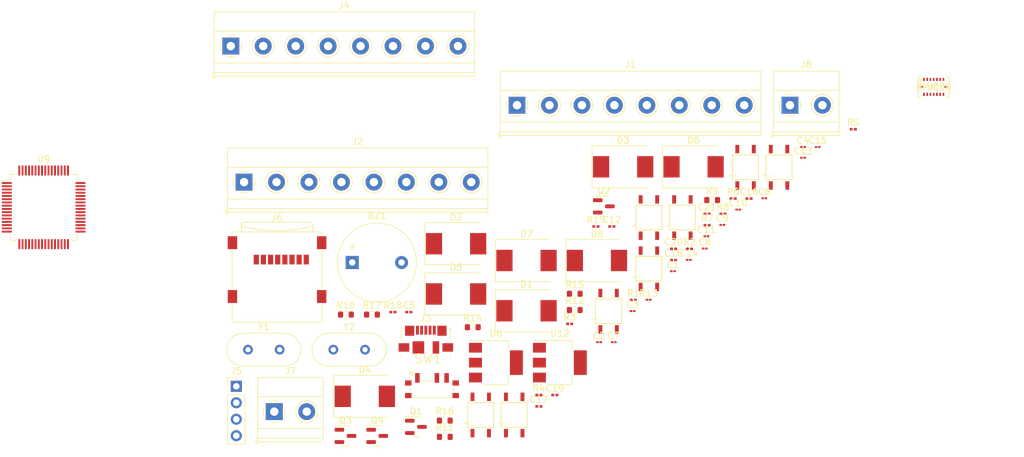
<source format=kicad_pcb>
(kicad_pcb (version 20211014) (generator pcbnew)
  (layers (0 "F.Cu" signal) (1 "In1.Cu" signal) (2 "In2.Cu" signal) (31 "B.Cu" signal) (34 "B.Paste" user) (35 "F.Paste" user) (36 "B.SilkS" user "B.Silkscreen") (37 "F.SilkS" user "F.Silkscreen") (38 "B.Mask" user) (39 "F.Mask" user) (44 "Edge.Cuts" user))
  (net 0 "")
  (net 1 "BUZZER")
  (net 2 "GND")
  (net 3 "3.3V")
  (net 4 "Net-(C5-Pad1)")
  (net 5 "Net-(C7-Pad1)")
  (net 6 "Net-(C10-Pad2)")
  (net 7 "Net-(C11-Pad1)")
  (net 8 "RCC_OSC32_OUT")
  (net 9 "RCC_OSC32_IN")
  (net 10 "RCC_OSC_IN")
  (net 11 "RCC_OSC_OUT")
  (net 12 "PWR")
  (net 13 "Net-(D1-Pad1)")
  (net 14 "Net-(D2-Pad1)")
  (net 15 "Net-(D3-Pad1)")
  (net 16 "Net-(D4-Pad1)")
  (net 17 "Net-(D5-Pad1)")
  (net 18 "Net-(D6-Pad1)")
  (net 19 "Net-(D7-Pad1)")
  (net 20 "Net-(D8-Pad1)")
  (net 21 "Net-(J1-Pad2)")
  (net 22 "Net-(J1-Pad4)")
  (net 23 "Net-(J1-Pad6)")
  (net 24 "Net-(J1-Pad8)")
  (net 25 "USB_OTG_FS_DM")
  (net 26 "USB_OTG_FS_DP")
  (net 27 "USB_OTG_FS_ID")
  (net 29 "SYS_JTMS-SWDIO")
  (net 30 "SYS_JTCK_SWCLK")
  (net 31 "SDIO_D2")
  (net 32 "SDIO_D3")
  (net 33 "SDIO_CMD")
  (net 34 "SDIO_CK")
  (net 35 "SDIO_D0")
  (net 36 "SDIO_D1")
  (net 38 "BATT+")
  (net 39 "PYRO4")
  (net 40 "Net-(Q1-Pad2)")
  (net 41 "PYRO3")
  (net 42 "Net-(Q2-Pad2)")
  (net 43 "PYRO2")
  (net 44 "Net-(Q3-Pad2)")
  (net 45 "PYRO1")
  (net 46 "Net-(Q4-Pad2)")
  (net 47 "Net-(R9-Pad1)")
  (net 48 "SOL2")
  (net 49 "Net-(R10-Pad1)")
  (net 50 "SOL3")
  (net 51 "Net-(R11-Pad1)")
  (net 52 "SOL1")
  (net 53 "Net-(R12-Pad1)")
  (net 54 "SOL4")
  (net 55 "Net-(R13-Pad1)")
  (net 56 "Net-(R13-Pad2)")
  (net 57 "Net-(R14-Pad1)")
  (net 58 "SOL5")
  (net 59 "Net-(R15-Pad1)")
  (net 60 "SOL8")
  (net 61 "Net-(R16-Pad1)")
  (net 62 "SOL6")
  (net 63 "Net-(R17-Pad1)")
  (net 64 "SOL7")
  (net 65 "VMON")
  (net 67 "INT_ACC1")
  (net 68 "MISO")
  (net 69 "CS1_ACC")
  (net 70 "INT_GYRO2")
  (net 71 "INT_GYRO1")
  (net 72 "MOSI")
  (net 73 "SCK")
  (net 74 "CS2_GYRO")
  (net 75 "INT_ACC2")
  (footprint "TerminalBlock_Phoenix:TerminalBlock_Phoenix_MKDS-1,5-8_1x08_P5.00mm_Horizontal" (layer "F.Cu") (at 108.96 42.295)
    (fp_text reference "J4" (at 17.5 -6.26) (layer "F.SilkS"))
    (fp_text value "Screw_Terminal_01x08")
    (pad "1" thru_hole rect (at 0 0) (size 2.6 2.6) (drill 1.3) (layers *.Cu *.Mask) (net 2 "GND"))
    (pad "2" thru_hole circle (at 5 0) (size 2.6 2.6) (drill 1.3) (layers *.Cu *.Mask) (net 19 "Net-(D7-Pad1)"))
    (pad "3" thru_hole circle (at 10 0) (size 2.6 2.6) (drill 1.3) (layers *.Cu *.Mask) (net 2 "GND"))
    (pad "4" thru_hole circle (at 15 0) (size 2.6 2.6) (drill 1.3) (layers *.Cu *.Mask) (net 17 "Net-(D5-Pad1)"))
    (pad "5" thru_hole circle (at 20 0) (size 2.6 2.6) (drill 1.3) (layers *.Cu *.Mask) (net 18 "Net-(D6-Pad1)"))
    (pad "6" thru_hole circle (at 25 0) (size 2.6 2.6) (drill 1.3) (layers *.Cu *.Mask) (net 2 "GND"))
    (pad "7" thru_hole circle (at 30 0) (size 2.6 2.6) (drill 1.3) (layers *.Cu *.Mask) (net 20 "Net-(D8-Pad1)"))
    (pad "8" thru_hole circle (at 35 0) (size 2.6 2.6) (drill 1.3) (layers *.Cu *.Mask) (net 2 "GND"))
  )
  (footprint "Capacitor_SMD:C_0201_0603Metric" (layer "F.Cu") (at 167.66 70.115)
    (fp_text reference "C12" (at 0 -1.05) (layer "F.SilkS"))
    (fp_text value "10uF")
    (pad "1" smd roundrect (at -0.32 0) (size 0.46 0.4) (layers "F.Cu" "F.Mask") (net 3 "3.3V"))
    (pad "2" smd roundrect (at 0.32 0) (size 0.46 0.4) (layers "F.Cu" "F.Mask") (net 2 "GND"))
  )
  (footprint "Capacitor_SMD:C_0201_0603Metric" (layer "F.Cu") (at 182.34 68.175)
    (fp_text reference "C21" (at 0 -1.05) (layer "F.SilkS"))
    (fp_text value "10uF")
    (pad "1" smd roundrect (at -0.32 0) (size 0.46 0.4) (layers "F.Cu" "F.Mask") (net 3 "3.3V"))
    (pad "2" smd roundrect (at 0.32 0) (size 0.46 0.4) (layers "F.Cu" "F.Mask") (net 2 "GND"))
  )
  (footprint "Diode_SMD:D_SMC" (layer "F.Cu") (at 143.67 72.775)
    (fp_text reference "D2" (at 0 -4.1) (layer "F.SilkS"))
    (fp_text value "B330")
    (pad "1" smd rect (at -3.4 0 90) (size 3.3 2.5) (layers "F.Cu" "F.Paste" "F.Mask") (net 14 "Net-(D2-Pad1)"))
    (pad "2" smd rect (at 3.4 0 90) (size 3.3 2.5) (layers "F.Cu" "F.Paste" "F.Mask") (net 2 "GND"))
  )
  (footprint "Capacitor_SMD:C_01005_0402Metric" (layer "F.Cu") (at 199.38 57.865)
    (fp_text reference "C15" (at 0 -1) (layer "F.SilkS"))
    (fp_text value "4.7uF")
    (pad "1" smd roundrect (at -0.25 0) (size 0.4 0.3) (layers "F.Cu" "F.Mask") (net 2 "GND"))
    (pad "2" smd roundrect (at 0.25 0) (size 0.4 0.3) (layers "F.Cu" "F.Mask") (net 3 "3.3V"))
  )
  (footprint "Resistor_SMD:R_0201_0603Metric" (layer "F.Cu") (at 133.94 83.325)
    (fp_text reference "R18" (at 0 -1.05) (layer "F.SilkS"))
    (fp_text value "1M")
    (pad "1" smd roundrect (at -0.32 0) (size 0.46 0.4) (layers "F.Cu" "F.Mask") (net 12 "PWR"))
    (pad "2" smd roundrect (at 0.32 0) (size 0.46 0.4) (layers "F.Cu" "F.Mask") (net 65 "VMON"))
  )
  (footprint "Capacitor_SMD:C_0201_0603Metric" (layer "F.Cu") (at 158.88 96.115)
    (fp_text reference "C19" (at 0 -1.05) (layer "F.SilkS"))
    (fp_text value "20pf")
    (pad "1" smd roundrect (at -0.32 0) (size 0.46 0.4) (layers "F.Cu" "F.Mask") (net 11 "RCC_OSC_OUT"))
    (pad "2" smd roundrect (at 0.32 0) (size 0.46 0.4) (layers "F.Cu" "F.Mask") (net 2 "GND"))
  )
  (footprint "TerminalBlock_Phoenix:TerminalBlock_Phoenix_MKDS-1,5-2_1x02_P5.00mm_Horizontal" (layer "F.Cu") (at 115.66 98.675)
    (fp_text reference "J7" (at 2.5 -6.26) (layer "F.SilkS"))
    (fp_text value "Screw_Terminal_01x02")
    (pad "1" thru_hole rect (at 0 0) (size 2.6 2.6) (drill 1.3) (layers *.Cu *.Mask) (net 2 "GND"))
    (pad "2" thru_hole circle (at 5 0) (size 2.6 2.6) (drill 1.3) (layers *.Cu *.Mask) (net 38 "BATT+"))
  )
  (footprint "Capacitor_SMD:C_0201_0603Metric" (layer "F.Cu") (at 136.39 83.325)
    (fp_text reference "C5" (at 0 -1.05) (layer "F.SilkS"))
    (fp_text value "100nF")
    (pad "1" smd roundrect (at -0.32 0) (size 0.46 0.4) (layers "F.Cu" "F.Mask") (net 4 "Net-(C5-Pad1)"))
    (pad "2" smd roundrect (at 0.32 0) (size 0.46 0.4) (layers "F.Cu" "F.Mask") (net 2 "GND"))
  )
  (footprint "Capacitor_SMD:C_01005_0402Metric" (layer "F.Cu") (at 187.14 67.515)
    (fp_text reference "C10" (at 0 -1) (layer "F.SilkS"))
    (fp_text value "1uF")
    (pad "1" smd roundrect (at -0.25 0) (size 0.4 0.3) (layers "F.Cu" "F.Mask") (net 3 "3.3V"))
    (pad "2" smd roundrect (at 0.25 0) (size 0.4 0.3) (layers "F.Cu" "F.Mask") (net 6 "Net-(C10-Pad2)"))
  )
  (footprint "Capacitor_SMD:C_01005_0402Metric" (layer "F.Cu") (at 182.24 71.625)
    (fp_text reference "C11" (at 0 -1) (layer "F.SilkS"))
    (fp_text value "100nF")
    (pad "1" smd roundrect (at -0.25 0) (size 0.4 0.3) (layers "F.Cu" "F.Mask") (net 7 "Net-(C11-Pad1)"))
    (pad "2" smd roundrect (at 0.25 0) (size 0.4 0.3) (layers "F.Cu" "F.Mask") (net 2 "GND"))
  )
  (footprint "Capacitor_SMD:C_01005_0402Metric" (layer "F.Cu") (at 177.08 77.015)
    (fp_text reference "C1" (at 0 -1) (layer "F.SilkS"))
    (fp_text value "100nF")
    (pad "1" smd roundrect (at -0.25 0) (size 0.4 0.3) (layers "F.Cu" "F.Mask") (net 3 "3.3V"))
    (pad "2" smd roundrect (at 0.25 0) (size 0.4 0.3) (layers "F.Cu" "F.Mask") (net 2 "GND"))
  )
  (footprint "Capacitor_SMD:C_01005_0402Metric" (layer "F.Cu") (at 165.71 87.965)
    (fp_text reference "C2" (at 0 -1) (layer "F.SilkS"))
    (fp_text value "100nF")
    (pad "1" smd roundrect (at -0.25 0) (size 0.4 0.3) (layers "F.Cu" "F.Mask") (net 3 "3.3V"))
    (pad "2" smd roundrect (at 0.25 0) (size 0.4 0.3) (layers "F.Cu" "F.Mask") (net 2 "GND"))
  )
  (footprint "Package_TO_SOT_SMD:SOT-23" (layer "F.Cu") (at 131.52 102.415)
    (fp_text reference "Q4" (at 0 -2.4) (layer "F.SilkS"))
    (fp_text value "2N7002K")
    (pad "1" smd roundrect (at -0.9375 -0.95) (size 1.475 0.6) (layers "F.Cu" "F.Paste" "F.Mask") (net 45 "PYRO1"))
    (pad "2" smd roundrect (at -0.9375 0.95) (size 1.475 0.6) (layers "F.Cu" "F.Paste" "F.Mask") (net 46 "Net-(Q4-Pad2)"))
    (pad "3" smd roundrect (at 0.9375 0) (size 1.475 0.6) (layers "F.Cu" "F.Paste" "F.Mask") (net 2 "GND"))
  )
  (footprint "CPC1020NTR:4-SOP" (layer "F.Cu") (at 173.3757 76.64)
    (fp_text reference "U2" (at -2.3096 1.275 180) (layer "F.SilkS") (effects (font (size 0.2 0.2))))
    (fp_text value "CPC1020NTR")
    (pad "1" smd rect locked (at -1.27 2.8) (size 0.6 1.3) (layers "F.Cu" "F.Paste" "F.Mask") (net 47 "Net-(R9-Pad1)"))
    (pad "2" smd rect locked (at 1.27 2.8) (size 0.6 1.3) (layers "F.Cu" "F.Paste" "F.Mask") (net 2 "GND"))
    (pad "3" smd rect locked (at 1.27 -2.8) (size 0.6 1.3) (layers "F.Cu" "F.Paste" "F.Mask") (net 12 "PWR"))
    (pad "4" smd rect locked (at -1.27 -2.8) (size 0.6 1.3) (layers "F.Cu" "F.Paste" "F.Mask") (net 15 "Net-(D3-Pad1)"))
  )
  (footprint "Diode_SMD:D_SMC" (layer "F.Cu") (at 129.61 96.315)
    (fp_text reference "D4" (at 0 -4.1) (layer "F.SilkS"))
    (fp_text value "B330")
    (pad "1" smd rect (at -3.4 0 90) (size 3.3 2.5) (layers "F.Cu" "F.Paste" "F.Mask") (net 16 "Net-(D4-Pad1)"))
    (pad "2" smd rect (at 3.4 0 90) (size 3.3 2.5) (layers "F.Cu" "F.Paste" "F.Mask") (net 2 "GND"))
  )
  (footprint "Resistor_SMD:R_0603_1608Metric" (layer "F.Cu") (at 126.7 83.705)
    (fp_text reference "R10" (at 0 -1.43) (layer "F.SilkS"))
    (fp_text value "270")
    (pad "1" smd roundrect (at -0.825 0) (size 0.8 0.95) (layers "F.Cu" "F.Paste" "F.Mask") (net 49 "Net-(R10-Pad1)"))
    (pad "2" smd roundrect (at 0.825 0) (size 0.8 0.95) (layers "F.Cu" "F.Paste" "F.Mask") (net 50 "SOL3"))
  )
  (footprint "TerminalBlock_Phoenix:TerminalBlock_Phoenix_MKDS-1,5-8_1x08_P5.00mm_Horizontal" (layer "F.Cu") (at 153.06 51.415)
    (fp_text reference "J1" (at 17.5 -6.26) (layer "F.SilkS"))
    (fp_text value "Screw_Terminal_01x08")
    (pad "1" thru_hole rect (at 0 0) (size 2.6 2.6) (drill 1.3) (layers *.Cu *.Mask) (net 12 "PWR"))
    (pad "2" thru_hole circle (at 5 0) (size 2.6 2.6) (drill 1.3) (layers *.Cu *.Mask) (net 21 "Net-(J1-Pad2)"))
    (pad "3" thru_hole circle (at 10 0) (size 2.6 2.6) (drill 1.3) (layers *.Cu *.Mask) (net 12 "PWR"))
    (pad "4" thru_hole circle (at 15 0) (size 2.6 2.6) (drill 1.3) (layers *.Cu *.Mask) (net 22 "Net-(J1-Pad4)"))
    (pad "5" thru_hole circle (at 20 0) (size 2.6 2.6) (drill 1.3) (layers *.Cu *.Mask) (net 12 "PWR"))
    (pad "6" thru_hole circle (at 25 0) (size 2.6 2.6) (drill 1.3) (layers *.Cu *.Mask) (net 23 "Net-(J1-Pad6)"))
    (pad "7" thru_hole circle (at 30 0) (size 2.6 2.6) (drill 1.3) (layers *.Cu *.Mask) (net 12 "PWR"))
    (pad "8" thru_hole circle (at 35 0) (size 2.6 2.6) (drill 1.3) (layers *.Cu *.Mask) (net 24 "Net-(J1-Pad8)"))
  )
  (footprint "CPC1020NTR:4-SOP" (layer "F.Cu") (at 167.1657 83.19)
    (fp_text reference "U7" (at -2.3096 1.275 180) (layer "F.SilkS") (effects (font (size 0.2 0.2))))
    (fp_text value "CPC1020NTR")
    (pad "1" smd rect locked (at -1.27 2.8) (size 0.6 1.3) (layers "F.Cu" "F.Paste" "F.Mask") (net 57 "Net-(R14-Pad1)"))
    (pad "2" smd rect locked (at 1.27 2.8) (size 0.6 1.3) (layers "F.Cu" "F.Paste" "F.Mask") (net 2 "GND"))
    (pad "3" smd rect locked (at 1.27 -2.8) (size 0.6 1.3) (layers "F.Cu" "F.Paste" "F.Mask") (net 12 "PWR"))
    (pad "4" smd rect locked (at -1.27 -2.8) (size 0.6 1.3) (layers "F.Cu" "F.Paste" "F.Mask") (net 19 "Net-(D7-Pad1)"))
  )
  (footprint "Capacitor_SMD:C_0201_0603Metric" (layer "F.Cu") (at 188.8 65.815)
    (fp_text reference "C16" (at 0 -1.05) (layer "F.SilkS"))
    (fp_text value "15pf")
    (pad "1" smd roundrect (at -0.32 0) (size 0.46 0.4) (layers "F.Cu" "F.Mask") (net 8 "RCC_OSC32_OUT"))
    (pad "2" smd roundrect (at 0.32 0) (size 0.46 0.4) (layers "F.Cu" "F.Mask") (net 2 "GND"))
  )
  (footprint "Diode_SMD:D_SMC" (layer "F.Cu") (at 169.41 60.915)
    (fp_text reference "D3" (at 0 -4.1) (layer "F.SilkS"))
    (fp_text value "B330")
    (pad "1" smd rect (at -3.4 0 90) (size 3.3 2.5) (layers "F.Cu" "F.Paste" "F.Mask") (net 15 "Net-(D3-Pad1)"))
    (pad "2" smd rect (at 3.4 0 90) (size 3.3 2.5) (layers "F.Cu" "F.Paste" "F.Mask") (net 2 "GND"))
  )
  (footprint "Capacitor_SMD:C_01005_0402Metric" (layer "F.Cu") (at 197.13 57.865)
    (fp_text reference "C4" (at 0 -1) (layer "F.SilkS"))
    (fp_text value "100nF")
    (pad "1" smd roundrect (at -0.25 0) (size 0.4 0.3) (layers "F.Cu" "F.Mask") (net 3 "3.3V"))
    (pad "2" smd roundrect (at 0.25 0) (size 0.4 0.3) (layers "F.Cu" "F.Mask") (net 2 "GND"))
  )
  (footprint "CPC1020NTR:4-SOP" (layer "F.Cu") (at 178.5357 68.74)
    (fp_text reference "U3" (at -2.3096 1.275 180) (layer "F.SilkS") (effects (font (size 0.2 0.2))))
    (fp_text value "CPC1020NTR")
    (pad "1" smd rect locked (at -1.27 2.8) (size 0.6 1.3) (layers "F.Cu" "F.Paste" "F.Mask") (net 49 "Net-(R10-Pad1)"))
    (pad "2" smd rect locked (at 1.27 2.8) (size 0.6 1.3) (layers "F.Cu" "F.Paste" "F.Mask") (net 2 "GND"))
    (pad "3" smd rect locked (at 1.27 -2.8) (size 0.6 1.3) (layers "F.Cu" "F.Paste" "F.Mask") (net 12 "PWR"))
    (pad "4" smd rect locked (at -1.27 -2.8) (size 0.6 1.3) (layers "F.Cu" "F.Paste" "F.Mask") (net 16 "Net-(D4-Pad1)"))
  )
  (footprint "Resistor_SMD:R_0603_1608Metric" (layer "F.Cu") (at 141.93 102.565)
    (fp_text reference "R11" (at 0 -1.43) (layer "F.SilkS"))
    (fp_text value "270")
    (pad "1" smd roundrect (at -0.825 0) (size 0.8 0.95) (layers "F.Cu" "F.Paste" "F.Mask") (net 51 "Net-(R11-Pad1)"))
    (pad "2" smd roundrect (at 0.825 0) (size 0.8 0.95) (layers "F.Cu" "F.Paste" "F.Mask") (net 52 "SOL1"))
  )
  (footprint "Package_TO_SOT_SMD:SOT-223-3_TabPin2" (layer "F.Cu") (at 149.81 91.115)
    (fp_text reference "U6" (at 0 -4.5) (layer "F.SilkS"))
    (fp_text value "NCP1117-3.3_SOT223")
    (pad "1" smd rect (at -3.15 -2.3) (size 2 1.5) (layers "F.Cu" "F.Paste" "F.Mask") (net 2 "GND"))
    (pad "2" smd rect (at -3.15 0) (size 2 1.5) (layers "F.Cu" "F.Paste" "F.Mask") (net 3 "3.3V"))
    (pad "2" smd rect (at 3.15 0) (size 2 3.8) (layers "F.Cu" "F.Paste" "F.Mask") (net 3 "3.3V"))
    (pad "3" smd rect (at -3.15 2.3) (size 2 1.5) (layers "F.Cu" "F.Paste" "F.Mask") (net 4 "Net-(C5-Pad1)"))
  )
  (footprint "Resistor_SMD:R_0201_0603Metric" (layer "F.Cu") (at 186.35 65.815)
    (fp_text reference "R6" (at 0 -1.05) (layer "F.SilkS"))
    (fp_text value "470")
    (pad "1" smd roundrect (at -0.32 0) (size 0.46 0.4) (layers "F.Cu" "F.Mask") (net 2 "GND"))
    (pad "2" smd roundrect (at 0.32 0) (size 0.46 0.4) (layers "F.Cu" "F.Mask") (net 41 "PYRO3"))
  )
  (footprint "Package_TO_SOT_SMD:SOT-23" (layer "F.Cu") (at 126.63 102.415)
    (fp_text reference "Q3" (at 0 -2.4) (layer "F.SilkS"))
    (fp_text value "2N7002K")
    (pad "1" smd roundrect (at -0.9375 -0.95) (size 1.475 0.6) (layers "F.Cu" "F.Paste" "F.Mask") (net 43 "PYRO2"))
    (pad "2" smd roundrect (at -0.9375 0.95) (size 1.475 0.6) (layers "F.Cu" "F.Paste" "F.Mask") (net 44 "Net-(Q3-Pad2)"))
    (pad "3" smd roundrect (at 0.9375 0) (size 1.475 0.6) (layers "F.Cu" "F.Paste" "F.Mask") (net 2 "GND"))
  )
  (footprint "Capacitor_SMD:C_01005_0402Metric" (layer "F.Cu") (at 170.87 83.165)
    (fp_text reference "C3" (at 0 -1) (layer "F.SilkS"))
    (fp_text value "100nF")
    (pad "1" smd roundrect (at -0.25 0) (size 0.4 0.3) (layers "F.Cu" "F.Mask") (net 3 "3.3V"))
    (pad "2" smd roundrect (at 0.25 0) (size 0.4 0.3) (layers "F.Cu" "F.Mask") (net 2 "GND"))
  )
  (footprint "BMI088:BMI088" (layer "F.Cu") (at 217.25235 48.587828)
    (fp_text reference "U1" (at 0 0) (layer "F.SilkS"))
    (fp_text value "BMI088" (at 0 0) (layer "F.SilkS"))
    (fp_text user "*" (at -1.9304 -0.7112) (layer "F.SilkS"))
    (fp_text user "*" (at -1.9304 -0.7112) (layer "F.SilkS"))
    (pad "1" smd rect locked (at -1.5 -1.1557) (size 0.254 0.4826) (layers "F.Cu" "F.Paste" "F.Mask") (net 75 "INT_ACC2"))
    (pad "2" smd rect locked (at -1.000001 -1.1557) (size 0.254 0.4826) (layers "F.Cu" "F.Paste" "F.Mask") (net 2 "GND"))
    (pad "3" smd rect locked (at -0.499999 -1.1557) (size 0.254 0.4826) (layers "F.Cu" "F.Paste" "F.Mask") (net 3 "3.3V"))
    (pad "4" smd rect locked (at 0 -1.1557) (size 0.254 0.4826) (layers "F.Cu" "F.Paste" "F.Mask") (net 2 "GND"))
    (pad "5" smd rect locked (at 0.499999 -1.1557) (size 0.254 0.4826) (layers "F.Cu" "F.Paste" "F.Mask") (net 74 "CS2_GYRO"))
    (pad "6" smd rect locked (at 1.000001 -1.1557) (size 0.254 0.4826) (layers "F.Cu" "F.Paste" "F.Mask") (net 2 "GND"))
    (pad "7" smd rect locked (at 1.5 -1.1557) (size 0.254 0.4826) (layers "F.Cu" "F.Paste" "F.Mask") (net 2 "GND"))
    (pad "8" smd rect locked (at 1.9113 0 90) (size 0.254 0.4826) (layers "F.Cu" "F.Paste" "F.Mask") (net 73 "SCK"))
    (pad "9" smd rect locked (at 1.5 1.1557) (size 0.254 0.4826) (layers "F.Cu" "F.Paste" "F.Mask") (net 72 "MOSI"))
    (pad "10" smd rect locked (at 1.000001 1.1557) (size 0.254 0.4826) (layers "F.Cu" "F.Paste" "F.Mask") (net 68 "MISO"))
    (pad "11" smd rect locked (at 0.499999 1.1557) (size 0.254 0.4826) (layers "F.Cu" "F.Paste" "F.Mask") (net 3 "3.3V"))
    (pad "12" smd rect locked (at 0 1.1557) (size 0.254 0.4826) (layers "F.Cu" "F.Paste" "F.Mask") (net 71 "INT_GYRO1"))
    (pad "13" smd rect locked (at -0.499999 1.1557) (size 0.254 0.4826) (layers "F.Cu" "F.Paste" "F.Mask") (net 70 "INT_GYRO2"))
    (pad "14" smd rect locked (at -1.000001 1.1557) (size 0.254 0.4826) (layers "F.Cu" "F.Paste" "F.Mask") (net 69 "CS1_ACC"))
    (pad "15" smd rect locked (at -1.5 1.1557) (size 0.254 0.4826) (layers "F.Cu" "F.Paste" "F.Mask") (net 68 "MISO"))
    (pad "16" smd rect locked (at -1.9113 0 90) (size 0.254 0.4826) (layers "F.Cu" "F.Paste" "F.Mask") (net 67 "INT_ACC1"))
  )
  (footprint "Crystal:Crystal_HC49-4H_Vertical" (layer "F.Cu") (at 124.76 89.115)
    (fp_text reference "Y2" (at 2.44 -3.525) (layer "F.SilkS"))
    (fp_text value "25MHz")
    (pad "1" thru_hole circle (at 0 0) (size 1.5 1.5) (drill 0.8) (layers *.Cu *.Mask) (net 10 "RCC_OSC_IN"))
    (pad "2" thru_hole circle (at 4.88 0) (size 1.5 1.5) (drill 0.8) (layers *.Cu *.Mask) (net 11 "RCC_OSC_OUT"))
  )
  (footprint "Diode_SMD:D_SMC" (layer "F.Cu") (at 165.37 75.365)
    (fp_text reference "D8" (at 0 -4.1) (layer "F.SilkS"))
    (fp_text value "B330")
    (pad "1" smd rect (at -3.4 0 90) (size 3.3 2.5) (layers "F.Cu" "F.Paste" "F.Mask") (net 20 "Net-(D8-Pad1)"))
    (pad "2" smd rect (at 3.4 0 90) (size 3.3 2.5) (layers "F.Cu" "F.Paste" "F.Mask") (net 2 "GND"))
  )
  (footprint "Resistor_SMD:R_0603_1608Metric" (layer "F.Cu") (at 161.95 80.495)
    (fp_text reference "R15" (at 0 -1.43) (layer "F.SilkS"))
    (fp_text value "270")
    (pad "1" smd roundrect (at -0.825 0) (size 0.8 0.95) (layers "F.Cu" "F.Paste" "F.Mask") (net 59 "Net-(R15-Pad1)"))
    (pad "2" smd roundrect (at 0.825 0) (size 0.8 0.95) (layers "F.Cu" "F.Paste" "F.Mask") (net 60 "SOL8"))
  )
  (footprint "Resistor_SMD:R_01005_0402Metric" (layer "F.Cu") (at 173.32 81.415)
    (fp_text reference "R13" (at 0 -1) (layer "F.SilkS"))
    (fp_text value "10k")
    (pad "1" smd roundrect (at -0.25 0) (size 0.4 0.3) (layers "F.Cu" "F.Mask") (net 55 "Net-(R13-Pad1)"))
    (pad "2" smd roundrect (at 0.25 0) (size 0.4 0.3) (layers "F.Cu" "F.Mask") (net 56 "Net-(R13-Pad2)"))
  )
  (footprint "Diode_SMD:D_SMC" (layer "F.Cu") (at 154.52 83.115)
    (fp_text reference "D1" (at 0 -4.1) (layer "F.SilkS"))
    (fp_text value "B330")
    (pad "1" smd rect (at -3.4 0 90) (size 3.3 2.5) (layers "F.Cu" "F.Paste" "F.Mask") (net 13 "Net-(D1-Pad1)"))
    (pad "2" smd rect (at 3.4 0 90) (size 3.3 2.5) (layers "F.Cu" "F.Paste" "F.Mask") (net 2 "GND"))
  )
  (footprint "Resistor_SMD:R_0603_1608Metric" (layer "F.Cu") (at 146.24 85.655)
    (fp_text reference "R14" (at 0 -1.43) (layer "F.SilkS"))
    (fp_text value "270")
    (pad "1" smd roundrect (at -0.825 0) (size 0.8 0.95) (layers "F.Cu" "F.Paste" "F.Mask") (net 57 "Net-(R14-Pad1)"))
    (pad "2" smd roundrect (at 0.825 0) (size 0.8 0.95) (layers "F.Cu" "F.Paste" "F.Mask") (net 58 "SOL5"))
  )
  (footprint "Package_TO_SOT_SMD:SOT-223-3_TabPin2" (layer "F.Cu") (at 159.66 91.115)
    (fp_text reference "U12" (at 0 -4.5) (layer "F.SilkS"))
    (fp_text value "NCP1117-3.3_SOT223")
    (pad "1" smd rect (at -3.15 -2.3) (size 2 1.5) (layers "F.Cu" "F.Paste" "F.Mask") (net 2 "GND"))
    (pad "2" smd rect (at 3.15 0) (size 2 3.8) (layers "F.Cu" "F.Paste" "F.Mask") (net 3 "3.3V"))
    (pad "2" smd rect (at -3.15 0) (size 2 1.5) (layers "F.Cu" "F.Paste" "F.Mask") (net 3 "3.3V"))
    (pad "3" smd rect (at -3.15 2.3) (size 2 1.5) (layers "F.Cu" "F.Paste" "F.Mask") (net 12 "PWR"))
  )
  (footprint "CPC1020NTR:4-SOP" (layer "F.Cu") (at 152.6257 99.19)
    (fp_text reference "U5" (at -2.3096 1.275 180) (layer "F.SilkS") (effects (font (size 0.2 0.2))))
    (fp_text value "CPC1020NTR")
    (pad "1" smd rect locked (at -1.27 2.8) (size 0.6 1.3) (layers "F.Cu" "F.Paste" "F.Mask") (net 53 "Net-(R12-Pad1)"))
    (pad "2" smd rect locked (at 1.27 2.8) (size 0.6 1.3) (layers "F.Cu" "F.Paste" "F.Mask") (net 2 "GND"))
    (pad "3" smd rect locked (at 1.27 -2.8) (size 0.6 1.3) (layers "F.Cu" "F.Paste" "F.Mask") (net 12 "PWR"))
    (pad "4" smd rect locked (at -1.27 -2.8) (size 0.6 1.3) (layers "F.Cu" "F.Paste" "F.Mask") (net 14 "Net-(D2-Pad1)"))
  )
  (footprint "CPC1020NTR:4-SOP" (layer "F.Cu") (at 193.4257 60.99)
    (fp_text reference "U4" (at -2.3096 1.275 180) (layer "F.SilkS") (effects (font (size 0.2 0.2))))
    (fp_text value "CPC1020NTR")
    (pad "1" smd rect locked (at -1.27 2.8) (size 0.6 1.3) (layers "F.Cu" "F.Paste" "F.Mask") (net 51 "Net-(R11-Pad1)"))
    (pad "2" smd rect locked (at 1.27 2.8) (size 0.6 1.3) (layers "F.Cu" "F.Paste" "F.Mask") (net 2 "GND"))
    (pad "3" smd rect locked (at 1.27 -2.8) (size 0.6 1.3) (layers "F.Cu" "F.Paste" "F.Mask") (net 12 "PWR"))
    (pad "4" smd rect locked (at -1.27 -2.8) (size 0.6 1.3) (layers "F.Cu" "F.Paste" "F.Mask") (net 13 "Net-(D1-Pad1)"))
  )
  (footprint "Connector_Card:microSD_HC_Wuerth_693072010801" (layer "F.Cu") (at 116.09 76.77)
    (fp_text reference "J6" (at 0 -7.99) (layer "F.SilkS"))
    (fp_text value "Micro_SD_Card")
    (pad "1" smd rect (at -3.2 -1.55) (size 0.8 1.5) (layers "F.Cu" "F.Paste" "F.Mask") (net 31 "SDIO_D2"))
    (pad "2" smd rect (at -2.1 -1.55) (size 0.8 1.5) (layers "F.Cu" "F.Paste" "F.Mask") (net 32 "SDIO_D3"))
    (pad "3" smd rect (at -1 -1.55) (size 0.8 1.5) (layers "F.Cu" "F.Paste" "F.Mask") (net 33 "SDIO_CMD"))
    (pad "4" smd rect (at 0.1 -1.55) (size 0.8 1.5) (layers "F.Cu" "F.Paste" "F.Mask") (net 3 "3.3V"))
    (pad "5" smd rect (at 1.2 -1.55) (size 0.8 1.5) (layers "F.Cu" "F.Paste" "F.Mask") (net 34 "SDIO_CK"))
    (pad "6" smd rect (at 2.3 -1.55) (size 0.8 1.5) (layers "F.Cu" "F.Paste" "F.Mask") (net 2 "GND"))
    (pad "7" smd rect (at 3.4 -1.55) (size 0.8 1.5) (layers "F.Cu" "F.Paste" "F.Mask") (net 35 "SDIO_D0"))
    (pad "8" smd rect (at 4.5 -1.55) (size 0.8 1.5) (layers "F.Cu" "F.Paste" "F.Mask") (net 36 "SDIO_D1"))
    (pad "9" smd rect (at -6.875 -4.15) (size 1.45 2) (layers "F.Cu" "F.Paste" "F.Mask"))
    (pad "9" smd rect (at -6.875 4.15) (size 1.45 2) (layers "F.Cu" "F.Paste" "F.Mask"))
    (pad "9" smd rect (at 6.875 4.15) (size 1.45 2) (layers "F.Cu" "F.Paste" "F.Mask"))
    (pad "9" smd rect (at 6.875 -4.15) (size 1.45 2) (layers "F.Cu" "F.Paste" "F.Mask"))
  )
  (footprint "CPC1020NTR:4-SOP" (layer "F.Cu") (at 188.2657 60.99)
    (fp_text reference "U8" (at -2.3096 1.275 180) (layer "F.SilkS") (effects (font (size 0.2 0.2))))
    (fp_text value "CPC1020NTR")
    (pad "1" smd rect locked (at -1.27 2.8) (size 0.6 1.3) (layers "F.Cu" "F.Paste" "F.Mask") (net 59 "Net-(R15-Pad1)"))
    (pad "2" smd rect locked (at 1.27 2.8) (size 0.6 1.3) (layers "F.Cu" "F.Paste" "F.Mask") (net 2 "GND"))
    (pad "3" smd rect locked (at 1.27 -2.8) (size 0.6 1.3) (layers "F.Cu" "F.Paste" "F.Mask") (net 12 "PWR"))
    (pad "4" smd rect locked (at -1.27 -2.8) (size 0.6 1.3) (layers "F.Cu" "F.Paste" "F.Mask") (net 20 "Net-(D8-Pad1)"))
  )
  (footprint "Resistor_SMD:R_0201_0603Metric" (layer "F.Cu") (at 165.21 70.115)
    (fp_text reference "R19" (at 0 -1.05) (layer "F.SilkS"))
    (fp_text value "100K")
    (pad "1" smd roundrect (at -0.32 0) (size 0.46 0.4) (layers "F.Cu" "F.Mask") (net 65 "VMON"))
    (pad "2" smd roundrect (at 0.32 0) (size 0.46 0.4) (layers "F.Cu" "F.Mask") (net 2 "GND"))
  )
  (footprint "TerminalBlock_Phoenix:TerminalBlock_Phoenix_MKDS-1,5-8_1x08_P5.00mm_Horizontal" (layer "F.Cu") (at 111.01 63.275)
    (fp_text reference "J2" (at 17.5 -6.26) (layer "F.SilkS"))
    (fp_text value "Screw_Terminal_01x08")
    (pad "1" thru_hole rect (at 0 0) (size 2.6 2.6) (drill 1.3) (layers *.Cu *.Mask) (net 2 "GND"))
    (pad "2" thru_hole circle (at 5 0) (size 2.6 2.6) (drill 1.3) (layers *.Cu *.Mask) (net 13 "Net-(D1-Pad1)"))
    (pad "3" thru_hole circle (at 10 0) (size 2.6 2.6) (drill 1.3) (layers *.Cu *.Mask) (net 2 "GND"))
    (pad "4" thru_hole circle (at 15 0) (size 2.6 2.6) (drill 1.3) (layers *.Cu *.Mask) (net 15 "Net-(D3-Pad1)"))
    (pad "5" thru_hole circle (at 20 0) (size 2.6 2.6) (drill 1.3) (layers *.Cu *.Mask) (net 16 "Net-(D4-Pad1)"))
    (pad "6" thru_hole circle (at 25 0) (size 2.6 2.6) (drill 1.3) (layers *.Cu *.Mask) (net 2 "GND"))
    (pad "7" thru_hole circle (at 30 0) (size 2.6 2.6) (drill 1.3) (layers *.Cu *.Mask) (net 14 "Net-(D2-Pad1)"))
    (pad "8" thru_hole circle (at 35 0) (size 2.6 2.6) (drill 1.3) (layers *.Cu *.Mask) (net 2 "GND"))
  )
  (footprint "TerminalBlock_Phoenix:TerminalBlock_Phoenix_MKDS-1,5-2_1x02_P5.00mm_Horizontal" (layer "F.Cu") (at 195.11 51.415)
    (fp_text reference "J8" (at 2.5 -6.26) (layer "F.SilkS"))
    (fp_text value "Screw_Terminal_01x02")
    (pad "1" thru_hole rect (at 0 0) (size 2.6 2.6) (drill 1.3) (layers *.Cu *.Mask) (net 38 "BATT+"))
    (pad "2" thru_hole circle (at 5 0) (size 2.6 2.6) (drill 1.3) (layers *.Cu *.Mask) (net 12 "PWR"))
  )
  (footprint "Resistor_SMD:R_0201_0603Metric" (layer "F.Cu") (at 182.34 69.925)
    (fp_text reference "R7" (at 0 -1.05) (layer "F.SilkS"))
    (fp_text value "470")
    (pad "1" smd roundrect (at -0.32 0) (size 0.46 0.4) (layers "F.Cu" "F.Mask") (net 2 "GND"))
    (pad "2" smd roundrect (at 0.32 0) (size 0.46 0.4) (layers "F.Cu" "F.Mask") (net 43 "PYRO2"))
  )
  (footprint "Resistor_SMD:R_0201_0603Metric" (layer "F.Cu") (at 170.97 81.465)
    (fp_text reference "R1" (at 0 -1.05) (layer "F.SilkS"))
    (fp_text value "1")
    (pad "1" smd roundrect (at -0.32 0) (size 0.46 0.4) (layers "F.Cu" "F.Mask") (net 46 "Net-(Q4-Pad2)"))
    (pad "2" smd roundrect (at 0.32 0) (size 0.46 0.4) (layers "F.Cu" "F.Mask") (net 21 "Net-(J1-Pad2)"))
  )
  (footprint "Diode_SMD:D_SMC" (layer "F.Cu") (at 154.52 75.365)
    (fp_text reference "D7" (at 0 -4.1) (layer "F.SilkS"))
    (fp_text value "B330")
    (pad "1" smd rect (at -3.4 0 90) (size 3.3 2.5) (layers "F.Cu" "F.Paste" "F.Mask") (net 19 "Net-(D7-Pad1)"))
    (pad "2" smd rect (at 3.4 0 90) (size 3.3 2.5) (layers "F.Cu" "F.Paste" "F.Mask") (net 2 "GND"))
  )
  (footprint "Resistor_SMD:R_0201_0603Metric" (layer "F.Cu") (at 184.79 68.175)
    (fp_text reference "R8" (at 0 -1.05) (layer "F.SilkS"))
    (fp_text value "470")
    (pad "1" smd roundrect (at -0.32 0) (size 0.46 0.4) (layers "F.Cu" "F.Mask") (net 2 "GND"))
    (pad "2" smd roundrect (at 0.32 0) (size 0.46 0.4) (layers "F.Cu" "F.Mask") (net 45 "PYRO1"))
  )
  (footprint "Resistor_SMD:R_0603_1608Metric" (layer "F.Cu") (at 183.12 66.045)
    (fp_text reference "R9" (at 0 -1.43) (layer "F.SilkS"))
    (fp_text value "270")
    (pad "1" smd roundrect (at -0.825 0) (size 0.8 0.95) (layers "F.Cu" "F.Paste" "F.Mask") (net 47 "Net-(R9-Pad1)"))
    (pad "2" smd roundrect (at 0.825 0) (size 0.8 0.95) (layers "F.Cu" "F.Paste" "F.Mask") (net 48 "SOL2"))
  )
  (footprint "Package_TO_SOT_SMD:SOT-23" (layer "F.Cu") (at 166.43 67.015)
    (fp_text reference "Q2" (at 0 -2.4) (layer "F.SilkS"))
    (fp_text value "2N7002K")
    (pad "1" smd roundrect (at -0.9375 -0.95) (size 1.475 0.6) (layers "F.Cu" "F.Paste" "F.Mask") (net 41 "PYRO3"))
    (pad "2" smd roundrect (at -0.9375 0.95) (size 1.475 0.6) (layers "F.Cu" "F.Paste" "F.Mask") (net 42 "Net-(Q2-Pad2)"))
    (pad "3" smd roundrect (at 0.9375 0) (size 1.475 0.6) (layers "F.Cu" "F.Paste" "F.Mask") (net 2 "GND"))
  )
  (footprint "Buzzer_Beeper:Buzzer_12x9.5RM7.6" (layer "F.Cu") (at 127.67 75.675)
    (fp_text reference "BZ1" (at 3.8 -7.2) (layer "F.SilkS"))
    (fp_text value "Buzzer")
    (fp_text user "+" (at -0.01 -2.54) (layer "F.SilkS"))
    (pad "1" thru_hole rect (at 0 0) (size 2 2) (drill 1) (layers *.Cu *.Mask) (net 1 "BUZZER"))
    (pad "2" thru_hole circle (at 7.6 0) (size 2 2) (drill 1) (layers *.Cu *.Mask) (net 2 "GND"))
  )
  (footprint "Capacitor_SMD:C_01005_0402Metric" (layer "F.Cu") (at 184.69 69.875)
    (fp_text reference "C9" (at 0 -1) (layer "F.SilkS"))
    (fp_text value "100nF")
    (pad "1" smd roundrect (at -0.25 0) (size 0.4 0.3) (layers "F.Cu" "F.Mask") (net 3 "3.3V"))
    (pad "2" smd roundrect (at 0.25 0) (size 0.4 0.3) (layers "F.Cu" "F.Mask") (net 2 "GND"))
  )
  (footprint "Resistor_SMD:R_0603_1608Metric" (layer "F.Cu") (at 161.95 83.005)
    (fp_text reference "R12" (at 0 -1.43) (layer "F.SilkS"))
    (fp_text value "270")
    (pad "1" smd roundrect (at -0.825 0) (size 0.8 0.95) (layers "F.Cu" "F.Paste" "F.Mask") (net 53 "Net-(R12-Pad1)"))
    (pad "2" smd roundrect (at 0.825 0) (size 0.8 0.95) (layers "F.Cu" "F.Paste" "F.Mask") (net 54 "SOL4"))
  )
  (footprint "CPC1020NTR:4-SOP" (layer "F.Cu") (at 147.4657 99.19)
    (fp_text reference "U11" (at -2.3096 1.275 180) (layer "F.SilkS") (effects (font (size 0.2 0.2))))
    (fp_text value "CPC1020NTR")
    (pad "1" smd rect locked (at -1.27 2.8) (size 0.6 1.3) (layers "F.Cu" "F.Paste" "F.Mask") (net 63 "Net-(R17-Pad1)"))
    (pad "2" smd rect locked (at 1.27 2.8) (size 0.6 1.3) (layers "F.Cu" "F.Paste" "F.Mask") (net 2 "GND"))
    (pad "3" smd rect locked (at 1.27 -2.8) (size 0.6 1.3) (layers "F.Cu" "F.Paste" "F.Mask") (net 12 "PWR"))
    (pad "4" smd rect locked (at -1.27 -2.8) (size 0.6 1.3) (layers "F.Cu" "F.Paste" "F.Mask") (net 18 "Net-(D6-Pad1)"))
  )
  (footprint "Capacitor_SMD:C_01005_0402Metric" (layer "F.Cu") (at 197.13 59.515)
    (fp_text reference "C13" (at 0 -1) (layer "F.SilkS"))
    (fp_text value "100nF")
    (pad "1" smd roundrect (at -0.25 0) (size 0.4 0.3) (layers "F.Cu" "F.Mask") (net 3 "3.3V"))
    (pad "2" smd roundrect (at 0.25 0) (size 0.4 0.3) (layers "F.Cu" "F.Mask") (net 2 "GND"))
  )
  (footprint "Diode_SMD:D_SMC" (layer "F.Cu") (at 143.67 80.525)
    (fp_text reference "D5" (at 0 -4.1) (layer "F.SilkS"))
    (fp_text value "B330")
    (pad "1" smd rect (at -3.4 0 90) (size 3.3 2.5) (layers "F.Cu" "F.Paste" "F.Mask") (net 17 "Net-(D5-Pad1)"))
    (pad "2" smd rect (at 3.4 0 90) (size 3.3 2.5) (layers "F.Cu" "F.Paste" "F.Mask") (net 2 "GND"))
  )
  (footprint "Diode_SMD:D_SMC" (layer "F.Cu") (at 180.26 60.915)
    (fp_text reference "D6" (at 0 -4.1) (layer "F.SilkS"))
    (fp_text value "B330")
    (pad "1" smd rect (at -3.4 0 90) (size 3.3 2.5) (layers "F.Cu" "F.Paste" "F.Mask") (net 18 "Net-(D6-Pad1)"))
    (pad "2" smd rect (at 3.4 0 90) (size 3.3 2.5) (layers "F.Cu" "F.Paste" "F.Mask") (net 2 "GND"))
  )
  (footprint "Resistor_SMD:R_0201_0603Metric" (layer "F.Cu") (at 204.86 55.115)
    (fp_text reference "R5" (at 0 -1.05) (layer "F.SilkS"))
    (fp_text value "470")
    (pad "1" smd roundrect (at -0.32 0) (size 0.46 0.4) (layers "F.Cu" "F.Mask") (net 2 "GND"))
    (pad "2" smd roundrect (at 0.32 0) (size 0.46 0.4) (layers "F.Cu" "F.Mask") (net 39 "PYRO4"))
  )
  (footprint "PCM12SMTR:SW_PCM12SMTR" (layer "F.Cu") (at 139.96 95.225)
    (fp_text reference "SW1" (at -0.635 -4.699) (layer "F.SilkS") (effects (font (size 1.4 1.4))))
    (fp_text value "PCM12SMTR")
    (pad "" np_thru_hole circle locked (at -1.5 0) (size 0.9 0.9) (drill 0.9) (layers *.Cu *.Mask))
    (pad "" np_thru_hole circle locked (at 1.5 0) (size 0.9 0.9) (drill 0.9) (layers *.Cu *.Mask))
    (pad "1" smd rect locked (at -2.25 -1.75) (size 0.7 1.5) (layers "F.Cu" "F.Paste" "F.Mask") (net 2 "GND"))
    (pad "2" smd rect locked (at 0.75 -1.75) (size 0.7 1.5) (layers "F.Cu" "F.Paste" "F.Mask") (net 56 "Net-(R13-Pad2)"))
    (pad "3" smd rect locked (at 2.25 -1.75) (size 0.7 1.5) (layers "F.Cu" "F.Paste" "F.Mask") (net 3 "3.3V"))
    (pad "S1" smd rect locked (at -3.65 -0.965) (size 1 0.8) (layers "F.Cu" "F.Paste" "F.Mask"))
    (pad "S2" smd rect locked (at -3.65 0.965) (size 1 0.8) (layers "F.Cu" "F.Paste" "F.Mask"))
    (pad "S3" smd rect locked (at 3.65 0.965) (size 1 0.8) (layers "F.Cu" "F.Paste" "F.Mask"))
    (pad "S4" smd rect locked (at 3.65 -0.965) (size 1 0.8) (layers "F.Cu" "F.Paste" "F.Mask"))
  )
  (footprint "Resistor_SMD:R_0201_0603Metric" (layer "F.Cu") (at 156.43 96.115)
    (fp_text reference "R4" (at 0 -1.05) (layer "F.SilkS"))
    (fp_text value "1")
    (pad "1" smd roundrect (at -0.32 0) (size 0.46 0.4) (layers "F.Cu" "F.Mask") (net 40 "Net-(Q1-Pad2)"))
    (pad "2" smd roundrect (at 0.32 0) (size 0.46 0.4) (layers "F.Cu" "F.Mask") (net 24 "Net-(J1-Pad8)"))
  )
  (footprint "Capacitor_SMD:C_01005_0402Metric" (layer "F.Cu") (at 181.98 73.515)
    (fp_text reference "C8" (at 0 -1) (layer "F.SilkS"))
    (fp_text value "100nF")
    (pad "1" smd roundrect (at -0.25 0) (size 0.4 0.3) (layers "F.Cu" "F.Mask") (net 6 "Net-(C10-Pad2)"))
    (pad "2" smd roundrect (at 0.25 0) (size 0.4 0.3) (layers "F.Cu" "F.Mask") (net 2 "GND"))
  )
  (footprint "Capacitor_SMD:C_01005_0402Metric" (layer "F.Cu") (at 179.53 75.265)
    (fp_text reference "C14" (at 0 -1) (layer "F.SilkS"))
    (fp_text value "100nF")
    (pad "1" smd roundrect (at -0.25 0) (size 0.4 0.3) (layers "F.Cu" "F.Mask") (net 3 "3.3V"))
    (pad "2" smd roundrect (at 0.25 0) (size 0.4 0.3) (layers "F.Cu" "F.Mask") (net 2 "GND"))
  )
  (footprint "Package_TO_SOT_SMD:SOT-23" (layer "F.Cu") (at 137.48 101.025)
    (fp_text reference "Q1" (at 0 -2.4) (layer "F.SilkS"))
    (fp_text value "2N7002K")
    (pad "1" smd roundrect (at -0.9375 -0.95) (size 1.475 0.6) (layers "F.Cu" "F.Paste" "F.Mask") (net 39 "PYRO4"))
    (pad "2" smd roundrect (at -0.9375 0.95) (size 1.475 0.6) (layers "F.Cu" "F.Paste" "F.Mask") (net 40 "Net-(Q1-Pad2)"))
    (pad "3" smd roundrect (at 0.9375 0) (size 1.475 0.6) (layers "F.Cu" "F.Paste" "F.Mask") (net 2 "GND"))
  )
  (footprint "Crystal:Crystal_HC49-4H_Vertical" (layer "F.Cu") (at 111.61 89.115)
    (fp_text reference "Y1" (at 2.44 -3.525) (layer "F.SilkS"))
    (fp_text value "32.768kHz")
    (pad "1" thru_hole circle (at 0 0) (size 1.5 1.5) (drill 0.8) (layers *.Cu *.Mask) (net 8 "RCC_OSC32_OUT"))
    (pad "2" thru_hole circle (at 4.88 0) (size 1.5 1.5) (drill 0.8) (layers *.Cu *.Mask) (net 9 "RCC_OSC32_IN"))
  )
  (footprint "Connector_PinHeader_2.54mm:PinHeader_1x04_P2.54mm_Vertical" (layer "F.Cu") (at 109.81 94.765)
    (fp_text reference "J5" (at 0 -2.33) (layer "F.SilkS"))
    (fp_text value "Conn_01x04")
    (pad "1" thru_hole rect (at 0 0) (size 1.7 1.7) (drill 1) (layers *.Cu *.Mask) (net 3 "3.3V"))
    (pad "2" thru_hole oval (at 0 2.54) (size 1.7 1.7) (drill 1) (layers *.Cu *.Mask) (net 29 "SYS_JTMS-SWDIO"))
    (pad "3" thru_hole oval (at 0 5.08) (size 1.7 1.7) (drill 1) (layers *.Cu *.Mask) (net 30 "SYS_JTCK_SWCLK"))
    (pad "4" thru_hole oval (at 0 7.62) (size 1.7 1.7) (drill 1) (layers *.Cu *.Mask) (net 2 "GND"))
  )
  (footprint "Capacitor_SMD:C_01005_0402Metric" (layer "F.Cu") (at 167.96 87.965)
    (fp_text reference "C7" (at 0 -1) (layer "F.SilkS"))
    (fp_text value "4.7uF")
    (pad "1" smd roundrect (at -0.25 0) (size 0.4 0.3) (layers "F.Cu" "F.Mask") (net 5 "Net-(C7-Pad1)"))
    (pad "2" smd roundrect (at 0.25 0) (size 0.4 0.3) (layers "F.Cu" "F.Mask") (net 2 "GND"))
  )
  (footprint "Package_QFP:LQFP-64_10x10mm_P0.5mm" (layer "F.Cu") (at 80.13 67.16)
    (fp_text reference "U9" (at 0 -7.4) (layer "F.SilkS"))
    (fp_text value "STM32F401RDTx")
    (pad "1" smd roundrect (at -5.675 -3.75) (size 1.55 0.3) (layers "F.Cu" "F.Paste" "F.Mask") (net 3 "3.3V"))
    (pad "2" smd roundrect (at -5.675 -3.25) (size 1.55 0.3) (layers "F.Cu" "F.Paste" "F.Mask"))
    (pad "3" smd roundrect (at -5.675 -2.75) (size 1.55 0.3) (layers "F.Cu" "F.Paste" "F.Mask") (net 9 "RCC_OSC32_IN"))
    (pad "4" smd roundrect (at -5.675 -2.25) (size 1.55 0.3) (layers "F.Cu" "F.Paste" "F.Mask") (net 8 "RCC_OSC32_OUT"))
    (pad "5" smd roundrect (at -5.675 -1.75) (size 1.55 0.3) (layers "F.Cu" "F.Paste" "F.Mask") (net 10 "RCC_OSC_IN"))
    (pad "6" smd roundrect (at -5.675 -1.25) (size 1.55 0.3) (layers "F.Cu" "F.Paste" "F.Mask") (net 11 "RCC_OSC_OUT"))
    (pad "7" smd roundrect (at -5.675 -0.75) (size 1.55 0.3) (layers "F.Cu" "F.Paste" "F.Mask") (net 7 "Net-(C11-Pad1)"))
    (pad "8" smd roundrect (at -5.675 -0.25) (size 1.55 0.3) (layers "F.Cu" "F.Paste" "F.Mask") (net 69 "CS1_ACC"))
    (pad "9" smd roundrect (at -5.675 0.25) (size 1.55 0.3) (layers "F.Cu" "F.Paste" "F.Mask") (net 74 "CS2_GYRO"))
    (pad "10" smd roundrect (at -5.675 0.75) (size 1.55 0.3) (layers "F.Cu" "F.Paste" "F.Mask") (net 45 "PYRO1"))
    (pad "11" smd roundrect (at -5.675 1.25) (size 1.55 0.3) (layers "F.Cu" "F.Paste" "F.Mask") (net 43 "PYRO2"))
    (pad "12" smd roundrect (at -5.675 1.75) (size 1.55 0.3) (layers "F.Cu" "F.Paste" "F.Mask") (net 2 "GND"))
    (pad "13" smd roundrect (at -5.675 2.25) (size 1.55 0.3) (layers "F.Cu" "F.Paste" "F.Mask") (net 3 "3.3V"))
    (pad "14" smd roundrect (at -5.675 2.75) (size 1.55 0.3) (layers "F.Cu" "F.Paste" "F.Mask") (net 41 "PYRO3"))
    (pad "15" smd roundrect (at -5.675 3.25) (size 1.55 0.3) (layers "F.Cu" "F.Paste" "F.Mask") (net 39 "PYRO4"))
    (pad "16" smd roundrect (at -5.675 3.75) (size 1.55 0.3) (layers "F.Cu" "F.Paste" "F.Mask"))
    (pad "17" smd roundrect (at -3.75 5.675) (size 0.3 1.55) (layers "F.Cu" "F.Paste" "F.Mask") (net 65 "VMON"))
    (pad "18" smd roundrect (at -3.25 5.675) (size 0.3 1.55) (layers "F.Cu" "F.Paste" "F.Mask") (net 2 "GND"))
    (pad "19" smd roundrect (at -2.75 5.675) (size 0.3 1.55) (layers "F.Cu" "F.Paste" "F.Mask") (net 3 "3.3V"))
    (pad "20" smd roundrect (at -2.25 5.675) (size 0.3 1.55) (layers "F.Cu" "F.Paste" "F.Mask"))
    (pad "21" smd roundrect (at -1.75 5.675) (size 0.3 1.55) (layers "F.Cu" "F.Paste" "F.Mask"))
    (pad "22" smd roundrect (at -1.25 5.675) (size 0.3 1.55) (layers "F.Cu" "F.Paste" "F.Mask"))
    (pad "23" smd roundrect (at -0.75 5.675) (size 0.3 1.55) (layers "F.Cu" "F.Paste" "F.Mask"))
    (pad "24" smd roundrect (at -0.25 5.675) (size 0.3 1.55) (layers "F.Cu" "F.Paste" "F.Mask"))
    (pad "25" smd roundrect (at 0.25 5.675) (size 0.3 1.55) (layers "F.Cu" "F.Paste" "F.Mask"))
    (pad "26" smd roundrect (at 0.75 5.675) (size 0.3 1.55) (layers "F.Cu" "F.Paste" "F.Mask") (net 52 "SOL1"))
    (pad "27" smd roundrect (at 1.25 5.675) (size 0.3 1.55) (layers "F.Cu" "F.Paste" "F.Mask") (net 48 "SOL2"))
    (pad "28" smd roundrect (at 1.75 5.675) (size 0.3 1.55) (layers "F.Cu" "F.Paste" "F.Mask") (net 50 "SOL3"))
    (pad "29" smd roundrect (at 2.25 5.675) (size 0.3 1.55) (layers "F.Cu" "F.Paste" "F.Mask") (net 54 "SOL4"))
    (pad "30" smd roundrect (at 2.75 5.675) (size 0.3 1.55) (layers "F.Cu" "F.Paste" "F.Mask") (net 5 "Net-(C7-Pad1)"))
    (pad "31" smd roundrect (at 3.25 5.675) (size 0.3 1.55) (layers "F.Cu" "F.Paste" "F.Mask") (net 2 "GND"))
    (pad "32" smd roundrect (at 3.75 5.675) (size 0.3 1.55) (layers "F.Cu" "F.Paste" "F.Mask") (net 3 "3.3V"))
    (pad "33" smd roundrect (at 5.675 3.75) (size 1.55 0.3) (layers "F.Cu" "F.Paste" "F.Mask") (net 58 "SOL5"))
    (pad "34" smd roundrect (at 5.675 3.25) (size 1.55 0.3) (layers "F.Cu" "F.Paste" "F.Mask") (net 62 "SOL6"))
    (pad "35" smd roundrect (at 5.675 2.75) (size 1.55 0.3) (layers "F.Cu" "F.Paste" "F.Mask") (net 64 "SOL7"))
    (pad "36" smd roundrect (at 5.675 2.25) (size 1.55 0.3) (layers "F.Cu" "F.Paste" "F.Mask") (net 60 "SOL8"))
    (pad "37" smd roundrect (at 5.675 1.75) (size 1.55 0.3) (layers "F.Cu" "F.Paste" "F.Mask"))
    (pad "38" smd roundrect (at 5.675 1.25) (size 1.55 0.3) (layers "F.Cu" "F.Paste" "F.Mask"))
    (pad "39" smd roundrect (at 5.675 0.75) (size 1.55 0.3) (layers "F.Cu" "F.Paste" "F.Mask") (net 35 "SDIO_D0"))
    (pad "40" smd roundrect (at 5.675 0.25) (size 1.55 0.3) (layers "F.Cu" "F.Paste" "F.Mask") (net 36 "SDIO_D1"))
    (pad "41" smd roundrect (at 5.675 -0.25) (size 1.55 0.3) (layers "F.Cu" "F.Paste" "F.Mask"))
    (pad "42" smd roundrect (at 5.675 -0.75) (size 1.55 0.3) (layers "F.Cu" "F.Paste" "F.Mask"))
    (pad "43" smd roundrect (at 5.675 -1.25) (size 1.55 0.3) (layers "F.Cu" "F.Paste" "F.Mask") (net 27 "USB_OTG_FS_ID"))
    (pad "44" smd roundrect (at 5.675 -1.75) (size 1.55 0.3) (layers "F.Cu" "F.Paste" "F.Mask") (net 25 "USB_OTG_FS_DM"))
    (pad "45" smd roundrect (at 5.675 -2.25) (size 1.55 0.3) (layers "F.Cu" "F.Paste" "F.Mask") (net 26 "USB_OTG_FS_DP"))
    (pad "46" smd roundrect (at 5.675 -2.75) (size 1.55 0.3) (layers "F.Cu" "F.Paste" "F.Mask") (net 29 "SYS_JTMS-SWDIO"))
    (pad "47" smd roundrect (at 5.675 -3.25) (size 1.55 0.3) (layers "F.Cu" "F.Paste" "F.Mask") (net 2 "GND"))
    (pad "48" smd roundrect (at 5.675 -3.75) (size 1.55 0.3) (layers "F.Cu" "F.Paste" "F.Mask") (net 3 "3.3V"))
    (pad "49" smd roundrect (at 3.75 -5.675) (size 0.3 1.55) (layers "F.Cu" "F.Paste" "F.Mask") (net 30 "SYS_JTCK_SWCLK"))
    (pad "50" smd roundrect (at 3.25 -5.675) (size 0.3 1.55) (layers "F.Cu" "F.Paste" "F.Mask") (net 1 "BUZZER"))
    (pad "51" smd roundrect (at 2.75 -5.675) (size 0.3 1.55) (layers "F.Cu" "F.Paste" "F.Mask") (net 31 "SDIO_D2"))
    (pad "52" smd roundrect (at 2.25 -5.675) (size 0.3 1.55) (layers "F.Cu" "F.Paste" "F.Mask") (net 32 "SDIO_D3"))
    (pad "53" smd roundrect (at 1.75 -5.675) (size 0.3 1.55) (layers "F.Cu" "F.Paste" "F.Mask") (net 34 "SDIO_CK"))
    (pad "54" smd roundrect (at 1.25 -5.675) (size 0.3 1.55) (layers "F.Cu" "F.Paste" "F.Mask") (net 33 "SDIO_CMD"))
    (pad "55" smd roundrect (at 0.75 -5.675) (size 0.3 1.55) (layers "F.Cu" "F.Paste" "F.Mask") (net 73 "SCK"))
    (pad "56" smd roundrect (at 0.25 -5.675) (size 0.3 1.55) (layers "F.Cu" "F.Paste" "F.Mask") (net 68 "MISO"))
    (pad "57" smd roundrect (at -0.25 -5.675) (size 0.3 1.55) (layers "F.Cu" "F.Paste" "F.Mask") (net 72 "MOSI"))
    (pad "58" smd roundrect (at -0.75 -5.675) (size 0.3 1.55) (layers "F.Cu" "F.Paste" "F.Mask") (net 67 "INT_ACC1"))
    (pad "59" smd roundrect (at -1.25 -5.675) (size 0.3 1.55) (layers "F.Cu" "F.Paste" "F.Mask") (net 75 "INT_ACC2"))
    (pad "60" smd roundrect (at -1.75 -5.675) (size 0.3 1.55) (layers "F.Cu" "F.Paste" "F.Mask") (net 55 "Net-(R13-Pad1)"))
    (pad "61" smd roundrect (at -2.25 -5.675) (size 0.3 1.55) (layers "F.Cu" "F.Paste" "F.Mask") (net 71 "INT_GYRO1"))
    (pad "62" smd roundrect (at -2.75 -5.675) (size 0.3 1.55) (layers "F.Cu" "F.Paste" "F.Mask") (net 70 "INT_GYRO2"))
    (pad "63" smd roundrect (at -3.25 -5.675) (size 0.3 1.55) (layers "F.Cu" "F.Paste" "F.Mask") (net 2 "GND"))
    (pad "64" smd roundrect (at -3.75 -5.675) (size 0.3 1.55) (layers "F.Cu" "F.Paste" "F.Mask") (net 3 "3.3V"))
  )
  (footprint "Resistor_SMD:R_0201_0603Metric" (layer "F.Cu") (at 161.17 85.135)
    (fp_text reference "R3" (at 0 -1.05) (layer "F.SilkS"))
    (fp_text value "1")
    (pad "1" smd roundrect (at -0.32 0) (size 0.46 0.4) (layers "F.Cu" "F.Mask") (net 44 "Net-(Q3-Pad2)"))
    (pad "2" smd roundrect (at 0.32 0) (size 0.46 0.4) (layers "F.Cu" "F.Mask") (net 22 "Net-(J1-Pad4)"))
  )
  (footprint "CPC1020NTR:4-SOP" (layer "F.Cu") (at 173.3757 68.74)
    (fp_text reference "U10" (at -2.3096 1.275 180) (layer "F.SilkS") (effects (font (size 0.2 0.2))))
    (fp_text value "CPC1020NTR")
    (pad "1" smd rect locked (at -1.27 2.8) (size 0.6 1.3) (layers "F.Cu" "F.Paste" "F.Mask") (net 61 "Net-(R16-Pad1)"))
    (pad "2" smd rect locked (at 1.27 2.8) (size 0.6 1.3) (layers "F.Cu" "F.Paste" "F.Mask") (net 2 "GND"))
    (pad "3" smd rect locked (at 1.27 -2.8) (size 0.6 1.3) (layers "F.Cu" "F.Paste" "F.Mask") (net 12 "PWR"))
    (pad "4" smd rect locked (at -1.27 -2.8) (size 0.6 1.3) (layers "F.Cu" "F.Paste" "F.Mask") (net 17 "Net-(D5-Pad1)"))
  )
  (footprint "Capacitor_SMD:C_01005_0402Metric" (layer "F.Cu") (at 191.15 65.765)
    (fp_text reference "C6" (at 0 -1) (layer "F.SilkS"))
    (fp_text value "100nF")
    (pad "1" smd roundrect (at -0.25 0) (size 0.4 0.3) (layers "F.Cu" "F.Mask") (net 3 "3.3V"))
    (pad "2" smd roundrect (at 0.25 0) (size 0.4 0.3) (layers "F.Cu" "F.Mask") (net 2 "GND"))
  )
  (footprint "Connector_USB:USB_Micro-B_Molex_47346-0001" (layer "F.Cu") (at 139.01 87.575)
    (fp_text reference "J3" (at 0 -3.3 180) (layer "F.SilkS"))
    (fp_text value "USB_B_Micro")
    (pad "1" smd rect (at -1.3 -1.46) (size 0.45 1.38) (layers "F.Cu" "F.Paste" "F.Mask") (net 4 "Net-(C5-Pad1)"))
    (pad "2" smd rect (at -0.65 -1.46) (size 0.45 1.38) (layers "F.Cu" "F.Paste" "F.Mask") (net 25 "USB_OTG_FS_DM"))
    (pad "3" smd rect (at 0 -1.46) (size 0.45 1.38) (layers "F.Cu" "F.Paste" "F.Mask") (net 26 "USB_OTG_FS_DP"))
    (pad "4" smd rect (at 0.65 -1.46) (size 0.45 1.38) (layers "F.Cu" "F.Paste" "F.Mask") (net 27 "USB_OTG_FS_ID"))
    (pad "5" smd rect (at 1.3 -1.46) (size 0.45 1.38) (layers "F.Cu" "F.Paste" "F.Mask") (net 2 "GND"))
    (pad "6" smd rect (at -1.15 1.2) (size 1.8 1.9) (layers "F.Cu" "F.Paste" "F.Mask"))
    (pad "6" smd rect (at 1.55 1.2) (size 1 1.9) (layers "F.Cu" "F.Paste" "F.Mask"))
    (pad "6" smd rect (at -3.375 1.2) (size 1.65 1.3) (layers "F.Cu" "F.Paste" "F.Mask"))
    (pad "6" smd rect (at 3.375 1.2) (size 1.65 1.3) (layers "F.Cu" "F.Paste" "F.Mask"))
    (pad "6" smd rect (at 2.4875 -1.375) (size 1.425 1.55) (layers "F.Cu" "F.Paste" "F.Mask"))
    (pad "6" smd rect (at -2.4875 -1.375) (size 1.425 1.55) (layers "F.Cu" "F.Paste" "F.Mask"))
  )
  (footprint "Resistor_SMD:R_0603_1608Metric" (layer "F.Cu") (at 141.93 100.055)
    (fp_text reference "R16" (at 0 -1.43) (layer "F.SilkS"))
    (fp_text value "270")
    (pad "1" smd roundrect (at -0.825 0) (size 0.8 0.95) (layers "F.Cu" "F.Paste" "F.Mask") (net 61 "Net-(R16-Pad1)"))
    (pad "2" smd roundrect (at 0.825 0) (size 0.8 0.95) (layers "F.Cu" "F.Paste" "F.Mask") (net 62 "SOL6"))
  )
  (footprint "Capacitor_SMD:C_0201_0603Metric" (layer "F.Cu") (at 177.18 75.315)
    (fp_text reference "C18" (at 0 -1.05) (layer "F.SilkS"))
    (fp_text value "20pf")
    (pad "1" smd roundrect (at -0.32 0) (size 0.46 0.4) (layers "F.Cu" "F.Mask") (net 10 "RCC_OSC_IN"))
    (pad "2" smd roundrect (at 0.32 0) (size 0.46 0.4) (layers "F.Cu" "F.Mask") (net 2 "GND"))
  )
  (footprint "Capacitor_SMD:C_0201_0603Metric" (layer "F.Cu") (at 177.18 73.565)
    (fp_text reference "C20" (at 0 -1.05) (layer "F.SilkS"))
    (fp_text value "100nF")
    (pad "1" smd roundrect (at -0.32 0) (size 0.46 0.4) (layers "F.Cu" "F.Mask") (net 12 "PWR"))
    (pad "2" smd roundrect (at 0.32 0) (size 0.46 0.4) (layers "F.Cu" "F.Mask") (net 2 "GND"))
  )
  (footprint "Capacitor_SMD:C_0201_0603Metric" (layer "F.Cu") (at 156.43 97.865)
    (fp_text reference "C17" (at 0 -1.05) (layer "F.SilkS"))
    (fp_text value "15pf")
    (pad "1" smd roundrect (at -0.32 0) (size 0.46 0.4) (layers "F.Cu" "F.Mask") (net 9 "RCC_OSC32_IN"))
    (pad "2" smd roundrect (at 0.32 0) (size 0.46 0.4) (layers "F.Cu" "F.Mask") (net 2 "GND"))
  )
  (footprint "Resistor_SMD:R_0603_1608Metric" (layer "F.Cu") (at 130.71 83.705)
    (fp_text reference "R17" (at 0 -1.43) (layer "F.SilkS"))
    (fp_text value "270")
    (pad "1" smd roundrect (at -0.825 0) (size 0.8 0.95) (layers "F.Cu" "F.Paste" "F.Mask") (net 63 "Net-(R17-Pad1)"))
    (pad "2" smd roundrect (at 0.825 0) (size 0.8 0.95) (layers "F.Cu" "F.Paste" "F.Mask") (net 64 "SOL7"))
  )
  (footprint "Resistor_SMD:R_0201_0603Metric" (layer "F.Cu") (at 179.63 73.565)
    (fp_text reference "R2" (at 0 -1.05) (layer "F.SilkS"))
    (fp_text value "1")
    (pad "1" smd roundrect (at -0.32 0) (size 0.46 0.4) (layers "F.Cu" "F.Mask") (net 42 "Net-(Q2-Pad2)"))
    (pad "2" smd roundrect (at 0.32 0) (size 0.46 0.4) (layers "F.Cu" "F.Mask") (net 23 "Net-(J1-Pad6)"))
  )
)
</source>
